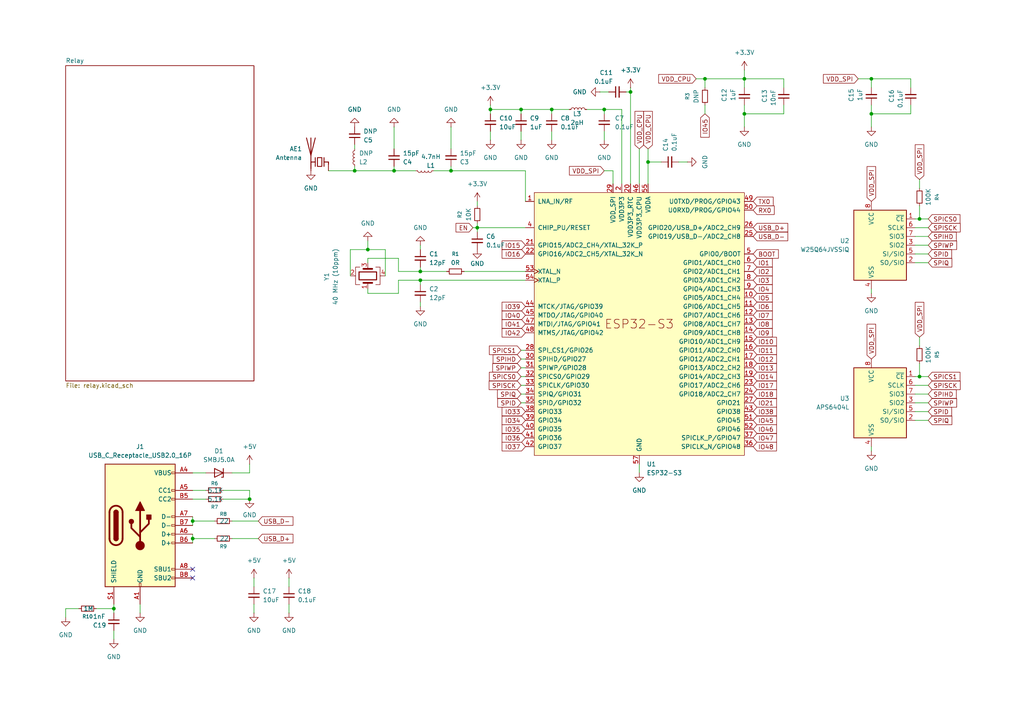
<source format=kicad_sch>
(kicad_sch (version 20250114) (generator "eeschema") (generator_version "9.0")
  (paper "A4")
  (lib_symbols
    (symbol "Connector:USB_C_Receptacle_USB2.0_16P" (pin_names (offset 1.016))
      (property "Reference" "J" (at 0 22.225 0))
      (property "Value" "USB_C_Receptacle_USB2.0_16P" (at 0 19.685 0))
      (symbol "USB_C_Receptacle_USB2.0_16P_0_0"
        (rectangle (start -0.254 -17.78) (end 0.254 -16.764))
        (rectangle (start 10.16 15.494) (end 9.144 14.986))
        (rectangle (start 10.16 10.414) (end 9.144 9.906))
        (rectangle (start 10.16 7.874) (end 9.144 7.366))
        (rectangle (start 10.16 2.794) (end 9.144 2.286))
        (rectangle (start 10.16 0.254) (end 9.144 -0.254))
        (rectangle (start 10.16 -2.286) (end 9.144 -2.794))
        (rectangle (start 10.16 -4.826) (end 9.144 -5.334))
        (rectangle (start 10.16 -12.446) (end 9.144 -12.954))
        (rectangle (start 10.16 -14.986) (end 9.144 -15.494))
      )
      (symbol "USB_C_Receptacle_USB2.0_16P_0_1"
        (rectangle (start -10.16 17.78) (end 10.16 -17.78) (stroke (width 0.254)) (fill (type background)))
        (polyline (pts (xy -8.89 -3.81) (xy -8.89 3.81)) (stroke (width 0.508)))
        (rectangle (start -7.62 -3.81) (end -6.35 3.81) (stroke (width 0.254)) (fill (type outline)))
        (arc (start -7.62 3.81) (mid -6.985 4.4423) (end -6.35 3.81) (stroke (width 0.254)))
        (arc (start -7.62 3.81) (mid -6.985 4.4423) (end -6.35 3.81) (stroke (width 0.254)) (fill (type outline)))
        (arc (start -8.89 3.81) (mid -6.985 5.7067) (end -5.08 3.81) (stroke (width 0.508)))
        (arc (start -5.08 -3.81) (mid -6.985 -5.7067) (end -8.89 -3.81) (stroke (width 0.508)))
        (arc (start -6.35 -3.81) (mid -6.985 -4.4423) (end -7.62 -3.81) (stroke (width 0.254)))
        (arc (start -6.35 -3.81) (mid -6.985 -4.4423) (end -7.62 -3.81) (stroke (width 0.254)) (fill (type outline)))
        (polyline (pts (xy -5.08 3.81) (xy -5.08 -3.81)) (stroke (width 0.508)))
        (circle (center -2.54 1.143) (radius 0.635) (stroke (width 0.254)) (fill (type outline)))
        (polyline (pts (xy -1.27 4.318) (xy 0 6.858) (xy 1.27 4.318) (xy -1.27 4.318)) (stroke (width 0.254)) (fill (type outline)))
        (polyline (pts (xy 0 -2.032) (xy 2.54 0.508) (xy 2.54 1.778)) (stroke (width 0.508)))
        (polyline (pts (xy 0 -3.302) (xy -2.54 -0.762) (xy -2.54 0.508)) (stroke (width 0.508)))
        (polyline (pts (xy 0 -5.842) (xy 0 4.318)) (stroke (width 0.508)))
        (circle (center 0 -5.842) (radius 1.27) (fill (type outline)))
        (rectangle (start 1.905 1.778) (end 3.175 3.048) (stroke (width 0.254)) (fill (type outline)))
      )
      (symbol "USB_C_Receptacle_USB2.0_16P_1_1"
        (pin passive line (at -7.62 -22.86 90) (length 5.08) (name "SHIELD") (number "S1"))
        (pin passive line (at 0 -22.86 90) (length 5.08) (name "GND") (number "A1"))
        (pin passive line (at 0 -22.86 90) (length 5.08) (hide yes) (name "GND") (number "A12"))
        (pin passive line (at 0 -22.86 90) (length 5.08) (hide yes) (name "GND") (number "B1"))
        (pin passive line (at 0 -22.86 90) (length 5.08) (hide yes) (name "GND") (number "B12"))
        (pin passive line (at 15.24 15.24 180) (length 5.08) (name "VBUS") (number "A4"))
        (pin passive line (at 15.24 15.24 180) (length 5.08) (hide yes) (name "VBUS") (number "A9"))
        (pin passive line (at 15.24 15.24 180) (length 5.08) (hide yes) (name "VBUS") (number "B4"))
        (pin passive line (at 15.24 15.24 180) (length 5.08) (hide yes) (name "VBUS") (number "B9"))
        (pin bidirectional line (at 15.24 10.16 180) (length 5.08) (name "CC1") (number "A5"))
        (pin bidirectional line (at 15.24 7.62 180) (length 5.08) (name "CC2") (number "B5"))
        (pin bidirectional line (at 15.24 2.54 180) (length 5.08) (name "D-") (number "A7"))
        (pin bidirectional line (at 15.24 0 180) (length 5.08) (name "D-") (number "B7"))
        (pin bidirectional line (at 15.24 -2.54 180) (length 5.08) (name "D+") (number "A6"))
        (pin bidirectional line (at 15.24 -5.08 180) (length 5.08) (name "D+") (number "B6"))
        (pin bidirectional line (at 15.24 -12.7 180) (length 5.08) (name "SBU1") (number "A8"))
        (pin bidirectional line (at 15.24 -15.24 180) (length 5.08) (name "SBU2") (number "B8"))
      )
    )
    (symbol "Device:Antenna_Chip" (pin_numbers (hide yes)) (pin_names (offset 1.016) (hide yes))
      (property "Reference" "AE" (at 0 5.08 0))
      (property "Value" "Antenna_Chip" (at 0 3.175 0))
      (symbol "Antenna_Chip_0_1"
        (polyline (pts (xy -2.54 0) (xy -2.54 -0.635)) (stroke (width 0.254)))
        (polyline (pts (xy -2.54 0) (xy -1.27 0)) (stroke (width 0.254)))
        (polyline (pts (xy -1.27 1.27) (xy -1.27 -1.27) (xy -1.27 0)) (stroke (width 0.254)))
        (polyline (pts (xy -0.635 1.27) (xy 0.635 1.27) (xy 0.635 -1.27) (xy -0.635 -1.27) (xy -0.635 1.27)) (stroke (width 0.254)))
        (polyline (pts (xy 1.27 1.27) (xy 1.27 -1.27)) (stroke (width 0.254)))
        (polyline (pts (xy 1.27 0) (xy 2.54 0)) (stroke (width 0.254)))
        (polyline (pts (xy 2.54 6.985) (xy 2.54 -1.905)) (stroke (width 0.254)))
        (polyline (pts (xy 2.54 -0.635) (xy 2.54 0)))
        (polyline (pts (xy 3.81 6.985) (xy 2.54 1.905) (xy 1.27 6.985)) (stroke (width 0.254)))
      )
      (symbol "Antenna_Chip_1_1"
        (pin input line (at -2.54 -2.54 90) (length 2.54) (name "FEED") (number "1"))
        (pin passive line (at 2.54 -2.54 90) (length 2.54) (name "PCB_Trace") (number "2"))
      )
    )
    (symbol "Device:C_Small" (pin_numbers (hide yes)) (pin_names (offset 0.254) (hide yes))
      (property "Reference" "C" (at 0.254 1.778 0))
      (property "Value" "C_Small" (at 0.254 -2.032 0))
      (symbol "C_Small_0_1"
        (polyline (pts (xy -1.524 0.508) (xy 1.524 0.508)) (stroke (width 0.3048)))
        (polyline (pts (xy -1.524 -0.508) (xy 1.524 -0.508)) (stroke (width 0.3302)))
      )
      (symbol "C_Small_1_1"
        (pin passive line (at 0 2.54 270) (length 2.032) (name "~") (number "1"))
        (pin passive line (at 0 -2.54 90) (length 2.032) (name "~") (number "2"))
      )
    )
    (symbol "Device:Crystal_GND24" (pin_names (offset 1.016) (hide yes))
      (property "Reference" "Y" (at 3.175 5.08 0))
      (property "Value" "Crystal_GND24" (at 3.175 3.175 0))
      (symbol "Crystal_GND24_0_1"
        (polyline (pts (xy -2.54 2.286) (xy -2.54 3.556) (xy 2.54 3.556) (xy 2.54 2.286)))
        (polyline (pts (xy -2.54 0) (xy -2.032 0)))
        (polyline (pts (xy -2.54 -2.286) (xy -2.54 -3.556) (xy 2.54 -3.556) (xy 2.54 -2.286)))
        (polyline (pts (xy -2.032 -1.27) (xy -2.032 1.27)) (stroke (width 0.508)))
        (rectangle (start -1.143 2.54) (end 1.143 -2.54) (stroke (width 0.3048)))
        (polyline (pts (xy 0 3.556) (xy 0 3.81)))
        (polyline (pts (xy 0 -3.81) (xy 0 -3.556)))
        (polyline (pts (xy 2.032 0) (xy 2.54 0)))
        (polyline (pts (xy 2.032 -1.27) (xy 2.032 1.27)) (stroke (width 0.508)))
      )
      (symbol "Crystal_GND24_1_1"
        (pin passive line (at -3.81 0 0) (length 1.27) (name "1") (number "1"))
        (pin passive line (at 0 5.08 270) (length 1.27) (name "2") (number "2"))
        (pin passive line (at 0 -5.08 90) (length 1.27) (name "4") (number "4"))
        (pin passive line (at 3.81 0 180) (length 1.27) (name "3") (number "3"))
      )
    )
    (symbol "Device:D_Zener" (pin_numbers (hide yes)) (pin_names (offset 1.016) (hide yes))
      (property "Reference" "D" (at 0 2.54 0))
      (property "Value" "D_Zener" (at 0 -2.54 0))
      (symbol "D_Zener_0_1"
        (polyline (pts (xy -1.27 -1.27) (xy -1.27 1.27) (xy -0.762 1.27)) (stroke (width 0.254)))
        (polyline (pts (xy 1.27 0) (xy -1.27 0)))
        (polyline (pts (xy 1.27 -1.27) (xy 1.27 1.27) (xy -1.27 0) (xy 1.27 -1.27)) (stroke (width 0.254)))
      )
      (symbol "D_Zener_1_1"
        (pin passive line (at -3.81 0 0) (length 2.54) (name "K") (number "1"))
        (pin passive line (at 3.81 0 180) (length 2.54) (name "A") (number "2"))
      )
    )
    (symbol "Device:L_Small" (pin_numbers (hide yes)) (pin_names (offset 0.254) (hide yes))
      (property "Reference" "L" (at 0.762 1.016 0))
      (property "Value" "L_Small" (at 0.762 -1.016 0))
      (symbol "L_Small_0_1"
        (arc (start 0 2.032) (mid 0.5058 1.524) (end 0 1.016))
        (arc (start 0 1.016) (mid 0.5058 0.508) (end 0 0))
        (arc (start 0 0) (mid 0.5058 -0.508) (end 0 -1.016))
        (arc (start 0 -1.016) (mid 0.5058 -1.524) (end 0 -2.032))
      )
      (symbol "L_Small_1_1"
        (pin passive line (at 0 2.54 270) (length 0.508) (name "~") (number "1"))
        (pin passive line (at 0 -2.54 90) (length 0.508) (name "~") (number "2"))
      )
    )
    (symbol "Device:R_Small" (pin_numbers (hide yes)) (pin_names (offset 0.254) (hide yes))
      (property "Reference" "R" (at 0 0 90))
      (property "Value" "R_Small" (at 1.778 0 90))
      (symbol "R_Small_0_1"
        (rectangle (start -0.762 1.778) (end 0.762 -1.778) (stroke (width 0.2032)))
      )
      (symbol "R_Small_1_1"
        (pin passive line (at 0 2.54 270) (length 0.762) (name "~") (number "1"))
        (pin passive line (at 0 -2.54 90) (length 0.762) (name "~") (number "2"))
      )
    )
    (symbol "Memory_RAM:ESP-PSRAM32"
      (property "Reference" "U" (at 3.81 11.43 0))
      (property "Value" "ESP-PSRAM32" (at -1.27 -11.43 0))
      (symbol "ESP-PSRAM32_0_1"
        (rectangle (start -7.62 10.16) (end 7.62 -10.16) (stroke (width 0.254)) (fill (type background)))
      )
      (symbol "ESP-PSRAM32_1_1"
        (pin power_in line (at -2.54 12.7 270) (length 2.54) (name "VCC") (number "8"))
        (pin power_in line (at -2.54 -12.7 90) (length 2.54) (name "VSS") (number "4"))
        (pin input line (at 10.16 7.62 180) (length 2.54) (name "~{CE}") (number "1"))
        (pin output line (at 10.16 5.08 180) (length 2.54) (name "SCLK") (number "6"))
        (pin bidirectional line (at 10.16 2.54 180) (length 2.54) (name "SIO3") (number "7"))
        (pin bidirectional line (at 10.16 0 180) (length 2.54) (name "SIO2") (number "3"))
        (pin input line (at 10.16 -2.54 180) (length 2.54) (name "SI/SIO") (number "5"))
        (pin output line (at 10.16 -5.08 180) (length 2.54) (name "SO/SIO") (number "2"))
      )
    )
    (symbol "PCM_Espressif:ESP32-S3" (pin_names (offset 1.016))
      (property "Reference" "U" (at -30.48 43.18 0))
      (property "Value" "ESP32-S3" (at -30.48 40.64 0))
      (symbol "ESP32-S3_0_0"
        (text "ESP32-S3" (at 0 0 0) (effects (font (size 2.54 2.54))))
        (pin bidirectional line (at 33.02 -33.02 180) (length 2.54) (name "SPICLK_P/GPIO47") (number "37"))
        (pin bidirectional line (at 33.02 -35.56 180) (length 2.54) (name "SPICLK_N/GPIO48") (number "36"))
      )
      (symbol "ESP32-S3_0_1"
        (rectangle (start -30.48 38.1) (end 30.48 -38.1) (fill (type background)))
      )
      (symbol "ESP32-S3_1_1"
        (pin bidirectional line (at -33.02 35.56 0) (length 2.54) (name "LNA_IN/RF") (number "1"))
        (pin input line (at -33.02 27.94 0) (length 2.54) (name "CHIP_PU/RESET") (number "4"))
        (pin bidirectional line (at -33.02 22.86 0) (length 2.54) (name "GPIO15/ADC2_CH4/XTAL_32K_P") (number "21"))
        (pin bidirectional line (at -33.02 20.32 0) (length 2.54) (name "GPIO16/ADC2_CH5/XTAL_32K_N") (number "22"))
        (pin input clock (at -33.02 15.24 0) (length 2.54) (name "XTAL_N") (number "53"))
        (pin output clock (at -33.02 12.7 0) (length 2.54) (name "XTAL_P") (number "54"))
        (pin bidirectional line (at -33.02 5.08 0) (length 2.54) (name "MTCK/JTAG/GPIO39") (number "44"))
        (pin bidirectional line (at -33.02 2.54 0) (length 2.54) (name "MTDO/JTAG/GPIO40") (number "45"))
        (pin bidirectional line (at -33.02 0 0) (length 2.54) (name "MTDI/JTAG/GPIO41") (number "47"))
        (pin bidirectional line (at -33.02 -2.54 0) (length 2.54) (name "MTMS/JTAG/GPIO42") (number "48"))
        (pin bidirectional line (at -33.02 -7.62 0) (length 2.54) (name "SPI_CS1/GPIO26") (number "28"))
        (pin bidirectional line (at -33.02 -10.16 0) (length 2.54) (name "SPIHD/GPIO27") (number "30"))
        (pin bidirectional line (at -33.02 -12.7 0) (length 2.54) (name "SPIWP/GPIO28") (number "31"))
        (pin bidirectional line (at -33.02 -15.24 0) (length 2.54) (name "SPICS0/GPIO29") (number "32"))
        (pin bidirectional line (at -33.02 -17.78 0) (length 2.54) (name "SPICLK/GPIO30") (number "33"))
        (pin bidirectional line (at -33.02 -20.32 0) (length 2.54) (name "SPIQ/GPIO31") (number "34"))
        (pin bidirectional line (at -33.02 -22.86 0) (length 2.54) (name "SPID/GPIO32") (number "35"))
        (pin bidirectional line (at -33.02 -25.4 0) (length 2.54) (name "GPIO33") (number "38"))
        (pin bidirectional line (at -33.02 -27.94 0) (length 2.54) (name "GPIO34") (number "39"))
        (pin bidirectional line (at -33.02 -30.48 0) (length 2.54) (name "GPIO35") (number "40"))
        (pin bidirectional line (at -33.02 -33.02 0) (length 2.54) (name "GPIO36") (number "41"))
        (pin bidirectional line (at -33.02 -35.56 0) (length 2.54) (name "GPIO37") (number "42"))
        (pin power_out line (at -7.62 40.64 270) (length 2.54) (name "VDD_SPI") (number "29"))
        (pin power_in line (at -5.08 40.64 270) (length 2.54) (name "VDD3P3") (number "2"))
        (pin power_in line (at -5.08 40.64 270) (length 2.54) (hide yes) (name "VDD3P3") (number "3"))
        (pin power_in line (at -2.54 40.64 270) (length 2.54) (name "VDD3P3_RTC") (number "20"))
        (pin power_in line (at 0 40.64 270) (length 2.54) (name "VDD3P3_CPU") (number "46"))
        (pin power_in line (at 0 -40.64 90) (length 2.54) (name "GND") (number "57"))
        (pin power_in line (at 2.54 40.64 270) (length 2.54) (name "VDDA") (number "55"))
        (pin passive line (at 2.54 40.64 270) (length 2.54) (hide yes) (name "VDDA") (number "56"))
        (pin bidirectional line (at 33.02 35.56 180) (length 2.54) (name "U0TXD/PROG/GPIO43") (number "49"))
        (pin bidirectional line (at 33.02 33.02 180) (length 2.54) (name "U0RXD/PROG/GPIO44") (number "50"))
        (pin bidirectional line (at 33.02 27.94 180) (length 2.54) (name "GPIO20/USB_D+/ADC2_CH9") (number "26"))
        (pin bidirectional line (at 33.02 25.4 180) (length 2.54) (name "GPIO19/USB_D-/ADC2_CH8") (number "25"))
        (pin bidirectional line (at 33.02 20.32 180) (length 2.54) (name "GPIO0/BOOT") (number "5"))
        (pin bidirectional line (at 33.02 17.78 180) (length 2.54) (name "GPIO1/ADC1_CH0") (number "6"))
        (pin bidirectional line (at 33.02 15.24 180) (length 2.54) (name "GPIO2/ADC1_CH1") (number "7"))
        (pin bidirectional line (at 33.02 12.7 180) (length 2.54) (name "GPIO3/ADC1_CH2") (number "8"))
        (pin bidirectional line (at 33.02 10.16 180) (length 2.54) (name "GPIO4/ADC1_CH3") (number "9"))
        (pin bidirectional line (at 33.02 7.62 180) (length 2.54) (name "GPIO5/ADC1_CH4") (number "10"))
        (pin bidirectional line (at 33.02 5.08 180) (length 2.54) (name "GPIO6/ADC1_CH5") (number "11"))
        (pin bidirectional line (at 33.02 2.54 180) (length 2.54) (name "GPIO7/ADC1_CH6") (number "12"))
        (pin bidirectional line (at 33.02 0 180) (length 2.54) (name "GPIO8/ADC1_CH7") (number "13"))
        (pin bidirectional line (at 33.02 -2.54 180) (length 2.54) (name "GPIO9/ADC1_CH8") (number "14"))
        (pin bidirectional line (at 33.02 -5.08 180) (length 2.54) (name "GPIO10/ADC1_CH9") (number "15"))
        (pin bidirectional line (at 33.02 -7.62 180) (length 2.54) (name "GPIO11/ADC2_CH0") (number "16"))
        (pin bidirectional line (at 33.02 -10.16 180) (length 2.54) (name "GPIO12/ADC2_CH1") (number "17"))
        (pin bidirectional line (at 33.02 -12.7 180) (length 2.54) (name "GPIO13/ADC2_CH2") (number "18"))
        (pin bidirectional line (at 33.02 -15.24 180) (length 2.54) (name "GPIO14/ADC2_CH3") (number "19"))
        (pin bidirectional line (at 33.02 -17.78 180) (length 2.54) (name "GPIO17/ADC2_CH6") (number "23"))
        (pin bidirectional line (at 33.02 -20.32 180) (length 2.54) (name "GPIO18/ADC2_CH7") (number "24"))
        (pin bidirectional line (at 33.02 -22.86 180) (length 2.54) (name "GPIO21") (number "27"))
        (pin bidirectional line (at 33.02 -25.4 180) (length 2.54) (name "GPIO38") (number "43"))
        (pin bidirectional line (at 33.02 -27.94 180) (length 2.54) (name "GPIO45") (number "51"))
        (pin bidirectional line (at 33.02 -30.48 180) (length 2.54) (name "GPIO46") (number "52"))
      )
    )
    (symbol "power:+3.3V" (power) (pin_numbers (hide yes)) (pin_names (offset 0) (hide yes))
      (property "Value" "+3.3V" (at 0 3.556 0))
      (symbol "+3.3V_0_1"
        (polyline (pts (xy -0.762 1.27) (xy 0 2.54)))
        (polyline (pts (xy 0 2.54) (xy 0.762 1.27)))
        (polyline (pts (xy 0 0) (xy 0 2.54)))
      )
      (symbol "+3.3V_1_1"
        (pin power_in line (at 0 0 90) (length 0) (name "~") (number "1"))
      )
    )
    (symbol "power:+5V" (power) (pin_numbers (hide yes)) (pin_names (offset 0) (hide yes))
      (property "Value" "+5V" (at 0 3.556 0))
      (symbol "+5V_0_1"
        (polyline (pts (xy -0.762 1.27) (xy 0 2.54)))
        (polyline (pts (xy 0 2.54) (xy 0.762 1.27)))
        (polyline (pts (xy 0 0) (xy 0 2.54)))
      )
      (symbol "+5V_1_1"
        (pin power_in line (at 0 0 90) (length 0) (name "~") (number "1"))
      )
    )
    (symbol "power:GND" (power) (pin_numbers (hide yes)) (pin_names (offset 0) (hide yes))
      (property "Value" "GND" (at 0 -3.81 0))
      (symbol "GND_0_1"
        (polyline (pts (xy 0 0) (xy 0 -1.27) (xy 1.27 -1.27) (xy 0 -2.54) (xy -1.27 -1.27) (xy 0 -1.27)))
      )
      (symbol "GND_1_1"
        (pin power_in line (at 0 0 270) (length 0) (name "~") (number "1"))
      )
    )
  )
  (junction (at 55.88 151.13))
  (junction (at 102.87 49.53))
  (junction (at 266.7 63.5))
  (junction (at 187.96 46.99))
  (junction (at 151.13 31.75))
  (junction (at 72.39 144.78))
  (junction (at 160.02 31.75))
  (junction (at 130.81 49.53))
  (junction (at 252.73 22.86))
  (junction (at 182.88 26.67))
  (junction (at 204.47 22.86))
  (junction (at 175.26 31.75))
  (junction (at 138.43 66.04))
  (junction (at 215.9 33.02))
  (junction (at 121.92 81.28))
  (junction (at 121.92 78.74))
  (junction (at 142.24 31.75))
  (junction (at 266.7 109.22))
  (junction (at 252.73 33.02))
  (junction (at 215.9 22.86))
  (junction (at 33.02 176.53))
  (junction (at 55.88 156.21))
  (junction (at 106.68 72.39))
  (junction (at 114.3 49.53))
  (no_connect (at 55.88 165.1))
  (no_connect (at 55.88 167.64))
  (wire (pts (xy 264.16 33.02) (xy 264.16 30.48)))
  (wire (pts (xy 180.34 53.34) (xy 180.34 31.75)))
  (wire (pts (xy 106.68 69.85) (xy 106.68 72.39)))
  (wire (pts (xy 134.62 78.74) (xy 152.4 78.74)))
  (wire (pts (xy 72.39 134.62) (xy 72.39 137.16)))
  (wire (pts (xy 142.24 31.75) (xy 151.13 31.75)))
  (wire (pts (xy 121.92 78.74) (xy 121.92 77.47)))
  (wire (pts (xy 227.33 22.86) (xy 227.33 25.4)))
  (wire (pts (xy 252.73 22.86) (xy 264.16 22.86)))
  (wire (pts (xy 115.57 78.74) (xy 121.92 78.74)))
  (wire (pts (xy 266.7 52.07) (xy 266.7 54.61)))
  (wire (pts (xy 269.24 119.38) (xy 265.43 119.38)))
  (wire (pts (xy 121.92 87.63) (xy 121.92 88.9)))
  (wire (pts (xy 130.81 43.18) (xy 130.81 36.83)))
  (wire (pts (xy 264.16 22.86) (xy 264.16 25.4)))
  (wire (pts (xy 185.42 43.18) (xy 185.42 53.34)))
  (wire (pts (xy 173.99 26.67) (xy 176.53 26.67)))
  (wire (pts (xy 252.73 25.4) (xy 252.73 22.86)))
  (wire (pts (xy 227.33 33.02) (xy 227.33 30.48)))
  (wire (pts (xy 151.13 111.76) (xy 152.4 111.76)))
  (wire (pts (xy 182.88 53.34) (xy 182.88 26.67)))
  (wire (pts (xy 215.9 33.02) (xy 227.33 33.02)))
  (wire (pts (xy 269.24 63.5) (xy 266.7 63.5)))
  (wire (pts (xy 252.73 30.48) (xy 252.73 33.02)))
  (wire (pts (xy 142.24 33.02) (xy 142.24 31.75)))
  (wire (pts (xy 114.3 43.18) (xy 114.3 36.83)))
  (wire (pts (xy 151.13 106.68) (xy 152.4 106.68)))
  (wire (pts (xy 102.87 48.26) (xy 102.87 49.53)))
  (wire (pts (xy 138.43 66.04) (xy 138.43 67.31)))
  (wire (pts (xy 121.92 81.28) (xy 152.4 81.28)))
  (wire (pts (xy 152.4 49.53) (xy 152.4 58.42)))
  (wire (pts (xy 160.02 33.02) (xy 160.02 31.75)))
  (wire (pts (xy 102.87 43.18) (xy 102.87 41.91)))
  (wire (pts (xy 64.77 144.78) (xy 72.39 144.78)))
  (wire (pts (xy 55.88 137.16) (xy 59.69 137.16)))
  (wire (pts (xy 106.68 85.09) (xy 115.57 85.09)))
  (wire (pts (xy 137.16 66.04) (xy 138.43 66.04)))
  (wire (pts (xy 266.7 97.79) (xy 266.7 100.33)))
  (wire (pts (xy 252.73 83.82) (xy 252.73 85.09)))
  (wire (pts (xy 151.13 101.6) (xy 152.4 101.6)))
  (wire (pts (xy 121.92 78.74) (xy 129.54 78.74)))
  (wire (pts (xy 177.8 53.34) (xy 177.8 49.53)))
  (wire (pts (xy 101.6 80.01) (xy 101.6 72.39)))
  (wire (pts (xy 151.13 31.75) (xy 151.13 33.02)))
  (wire (pts (xy 19.05 179.07) (xy 19.05 176.53)))
  (wire (pts (xy 269.24 73.66) (xy 265.43 73.66)))
  (wire (pts (xy 215.9 30.48) (xy 215.9 33.02)))
  (wire (pts (xy 138.43 66.04) (xy 152.4 66.04)))
  (wire (pts (xy 55.88 156.21) (xy 55.88 157.48)))
  (wire (pts (xy 121.92 81.28) (xy 121.92 82.55)))
  (wire (pts (xy 151.13 114.3) (xy 152.4 114.3)))
  (wire (pts (xy 55.88 154.94) (xy 55.88 156.21)))
  (wire (pts (xy 204.47 25.4) (xy 204.47 22.86)))
  (wire (pts (xy 201.93 22.86) (xy 204.47 22.86)))
  (wire (pts (xy 151.13 38.1) (xy 151.13 40.64)))
  (wire (pts (xy 160.02 38.1) (xy 160.02 40.64)))
  (wire (pts (xy 269.24 121.92) (xy 265.43 121.92)))
  (wire (pts (xy 266.7 109.22) (xy 265.43 109.22)))
  (wire (pts (xy 33.02 176.53) (xy 33.02 177.8)))
  (wire (pts (xy 269.24 76.2) (xy 265.43 76.2)))
  (wire (pts (xy 121.92 71.12) (xy 121.92 72.39)))
  (wire (pts (xy 248.92 22.86) (xy 252.73 22.86)))
  (wire (pts (xy 151.13 104.14) (xy 152.4 104.14)))
  (wire (pts (xy 33.02 175.26) (xy 33.02 176.53)))
  (wire (pts (xy 27.94 176.53) (xy 33.02 176.53)))
  (wire (pts (xy 130.81 49.53) (xy 152.4 49.53)))
  (wire (pts (xy 204.47 22.86) (xy 215.9 22.86)))
  (wire (pts (xy 73.66 167.64) (xy 73.66 170.18)))
  (wire (pts (xy 252.73 129.54) (xy 252.73 130.81)))
  (wire (pts (xy 40.64 175.26) (xy 40.64 177.8)))
  (wire (pts (xy 106.68 74.93) (xy 115.57 74.93)))
  (wire (pts (xy 55.88 156.21) (xy 62.23 156.21)))
  (wire (pts (xy 269.24 114.3) (xy 265.43 114.3)))
  (wire (pts (xy 170.18 31.75) (xy 175.26 31.75)))
  (wire (pts (xy 83.82 175.26) (xy 83.82 177.8)))
  (wire (pts (xy 138.43 64.77) (xy 138.43 66.04)))
  (wire (pts (xy 266.7 105.41) (xy 266.7 109.22)))
  (wire (pts (xy 33.02 182.88) (xy 33.02 185.42)))
  (wire (pts (xy 19.05 176.53) (xy 22.86 176.53)))
  (wire (pts (xy 67.31 151.13) (xy 74.93 151.13)))
  (wire (pts (xy 187.96 46.99) (xy 187.96 43.18)))
  (wire (pts (xy 101.6 72.39) (xy 106.68 72.39)))
  (wire (pts (xy 114.3 49.53) (xy 120.65 49.53)))
  (wire (pts (xy 102.87 49.53) (xy 114.3 49.53)))
  (wire (pts (xy 115.57 81.28) (xy 121.92 81.28)))
  (wire (pts (xy 106.68 85.09) (xy 106.68 83.82)))
  (wire (pts (xy 142.24 30.48) (xy 142.24 31.75)))
  (wire (pts (xy 160.02 31.75) (xy 165.1 31.75)))
  (wire (pts (xy 83.82 167.64) (xy 83.82 170.18)))
  (wire (pts (xy 269.24 71.12) (xy 265.43 71.12)))
  (wire (pts (xy 72.39 137.16) (xy 67.31 137.16)))
  (wire (pts (xy 252.73 33.02) (xy 264.16 33.02)))
  (wire (pts (xy 115.57 74.93) (xy 115.57 78.74)))
  (wire (pts (xy 269.24 109.22) (xy 266.7 109.22)))
  (wire (pts (xy 266.7 63.5) (xy 265.43 63.5)))
  (wire (pts (xy 73.66 175.26) (xy 73.66 177.8)))
  (wire (pts (xy 185.42 134.62) (xy 185.42 137.16)))
  (wire (pts (xy 182.88 26.67) (xy 181.61 26.67)))
  (wire (pts (xy 151.13 31.75) (xy 160.02 31.75)))
  (wire (pts (xy 175.26 38.1) (xy 175.26 40.64)))
  (wire (pts (xy 55.88 149.86) (xy 55.88 151.13)))
  (wire (pts (xy 269.24 116.84) (xy 265.43 116.84)))
  (wire (pts (xy 266.7 59.69) (xy 266.7 63.5)))
  (wire (pts (xy 182.88 25.4) (xy 182.88 26.67)))
  (wire (pts (xy 215.9 25.4) (xy 215.9 22.86)))
  (wire (pts (xy 111.76 72.39) (xy 111.76 80.01)))
  (wire (pts (xy 106.68 72.39) (xy 111.76 72.39)))
  (wire (pts (xy 114.3 48.26) (xy 114.3 49.53)))
  (wire (pts (xy 215.9 22.86) (xy 227.33 22.86)))
  (wire (pts (xy 151.13 116.84) (xy 152.4 116.84)))
  (wire (pts (xy 215.9 33.02) (xy 215.9 36.83)))
  (wire (pts (xy 196.85 46.99) (xy 199.39 46.99)))
  (wire (pts (xy 191.77 46.99) (xy 187.96 46.99)))
  (wire (pts (xy 187.96 46.99) (xy 187.96 53.34)))
  (wire (pts (xy 180.34 31.75) (xy 175.26 31.75)))
  (wire (pts (xy 130.81 48.26) (xy 130.81 49.53)))
  (wire (pts (xy 115.57 85.09) (xy 115.57 81.28)))
  (wire (pts (xy 204.47 30.48) (xy 204.47 33.02)))
  (wire (pts (xy 55.88 151.13) (xy 55.88 152.4)))
  (wire (pts (xy 55.88 151.13) (xy 62.23 151.13)))
  (wire (pts (xy 252.73 33.02) (xy 252.73 36.83)))
  (wire (pts (xy 269.24 111.76) (xy 265.43 111.76)))
  (wire (pts (xy 130.81 49.53) (xy 125.73 49.53)))
  (wire (pts (xy 55.88 142.24) (xy 59.69 142.24)))
  (wire (pts (xy 142.24 38.1) (xy 142.24 40.64)))
  (wire (pts (xy 175.26 31.75) (xy 175.26 33.02)))
  (wire (pts (xy 269.24 68.58) (xy 265.43 68.58)))
  (wire (pts (xy 177.8 49.53) (xy 175.26 49.53)))
  (wire (pts (xy 269.24 66.04) (xy 265.43 66.04)))
  (wire (pts (xy 72.39 142.24) (xy 72.39 144.78)))
  (wire (pts (xy 67.31 156.21) (xy 74.93 156.21)))
  (wire (pts (xy 215.9 20.32) (xy 215.9 22.86)))
  (wire (pts (xy 106.68 74.93) (xy 106.68 76.2)))
  (wire (pts (xy 138.43 58.42) (xy 138.43 59.69)))
  (wire (pts (xy 64.77 142.24) (xy 72.39 142.24)))
  (wire (pts (xy 55.88 144.78) (xy 59.69 144.78)))
  (wire (pts (xy 95.25 49.53) (xy 102.87 49.53)))
  (wire (pts (xy 151.13 109.22) (xy 152.4 109.22)))
  (global_label "SPICS1" (shape input) (at 269.24 109.22 0) (property "Intersheetrefs" "${INTERSHEET_REFS}" (effects (hide yes))))
  (global_label "SPISCK" (shape input) (at 269.24 66.04 0) (property "Intersheetrefs" "${INTERSHEET_REFS}" (effects (hide yes))))
  (global_label "USB_D-" (shape input) (at 74.93 151.13 0) (property "Intersheetrefs" "${INTERSHEET_REFS}" (effects (hide yes))))
  (global_label "VDD_SPI" (shape input) (at 266.7 52.07 90) (property "Intersheetrefs" "${INTERSHEET_REFS}" (effects (hide yes))))
  (global_label "USB_D+" (shape input) (at 218.44 66.04 0) (property "Intersheetrefs" "${INTERSHEET_REFS}" (effects (hide yes))))
  (global_label "VDD_CPU" (shape input) (at 187.96 43.18 90) (property "Intersheetrefs" "${INTERSHEET_REFS}" (effects (hide yes))))
  (global_label "SPIQ" (shape input) (at 151.13 114.3 180) (property "Intersheetrefs" "${INTERSHEET_REFS}" (effects (hide yes))))
  (global_label "IO45" (shape input) (at 204.47 33.02 270) (property "Intersheetrefs" "${INTERSHEET_REFS}" (effects (hide yes))))
  (global_label "IO36" (shape input) (at 152.4 127 180) (property "Intersheetrefs" "${INTERSHEET_REFS}" (effects (hide yes))))
  (global_label "SPIHD" (shape input) (at 269.24 68.58 0) (property "Intersheetrefs" "${INTERSHEET_REFS}" (effects (hide yes))))
  (global_label "IO14" (shape input) (at 218.44 109.22 0) (property "Intersheetrefs" "${INTERSHEET_REFS}" (effects (hide yes))))
  (global_label "SPIHD" (shape input) (at 269.24 114.3 0) (property "Intersheetrefs" "${INTERSHEET_REFS}" (effects (hide yes))))
  (global_label "IO4" (shape input) (at 218.44 83.82 0) (property "Intersheetrefs" "${INTERSHEET_REFS}" (effects (hide yes))))
  (global_label "VDD_CPU" (shape input) (at 185.42 43.18 90) (property "Intersheetrefs" "${INTERSHEET_REFS}" (effects (hide yes))))
  (global_label "SPIWP" (shape input) (at 269.24 116.84 0) (property "Intersheetrefs" "${INTERSHEET_REFS}" (effects (hide yes))))
  (global_label "IO46" (shape input) (at 218.44 124.46 0) (property "Intersheetrefs" "${INTERSHEET_REFS}" (effects (hide yes))))
  (global_label "IO12" (shape input) (at 218.44 104.14 0) (property "Intersheetrefs" "${INTERSHEET_REFS}" (effects (hide yes))))
  (global_label "IO3" (shape input) (at 218.44 81.28 0) (property "Intersheetrefs" "${INTERSHEET_REFS}" (effects (hide yes))))
  (global_label "SPICS1" (shape input) (at 151.13 101.6 180) (property "Intersheetrefs" "${INTERSHEET_REFS}" (effects (hide yes))))
  (global_label "VDD_CPU" (shape input) (at 201.93 22.86 180) (property "Intersheetrefs" "${INTERSHEET_REFS}" (effects (hide yes))))
  (global_label "SPIWP" (shape input) (at 151.13 106.68 180) (property "Intersheetrefs" "${INTERSHEET_REFS}" (effects (hide yes))))
  (global_label "SPIWP" (shape input) (at 269.24 71.12 0) (property "Intersheetrefs" "${INTERSHEET_REFS}" (effects (hide yes))))
  (global_label "SPIQ" (shape input) (at 269.24 121.92 0) (property "Intersheetrefs" "${INTERSHEET_REFS}" (effects (hide yes))))
  (global_label "IO1" (shape input) (at 218.44 76.2 0) (property "Intersheetrefs" "${INTERSHEET_REFS}" (effects (hide yes))))
  (global_label "IO38" (shape input) (at 218.44 119.38 0) (property "Intersheetrefs" "${INTERSHEET_REFS}" (effects (hide yes))))
  (global_label "VDD_SPI" (shape input) (at 248.92 22.86 180) (property "Intersheetrefs" "${INTERSHEET_REFS}" (effects (hide yes))))
  (global_label "IO47" (shape input) (at 218.44 127 0) (property "Intersheetrefs" "${INTERSHEET_REFS}" (effects (hide yes))))
  (global_label "IO21" (shape input) (at 218.44 116.84 0) (property "Intersheetrefs" "${INTERSHEET_REFS}" (effects (hide yes))))
  (global_label "IO8" (shape input) (at 218.44 93.98 0) (property "Intersheetrefs" "${INTERSHEET_REFS}" (effects (hide yes))))
  (global_label "SPID" (shape input) (at 269.24 73.66 0) (property "Intersheetrefs" "${INTERSHEET_REFS}" (effects (hide yes))))
  (global_label "IO16" (shape input) (at 152.4 73.66 180) (property "Intersheetrefs" "${INTERSHEET_REFS}" (effects (hide yes))))
  (global_label "IO2" (shape input) (at 218.44 78.74 0) (property "Intersheetrefs" "${INTERSHEET_REFS}" (effects (hide yes))))
  (global_label "SPICS0" (shape input) (at 269.24 63.5 0) (property "Intersheetrefs" "${INTERSHEET_REFS}" (effects (hide yes))))
  (global_label "EN" (shape input) (at 137.16 66.04 180) (property "Intersheetrefs" "${INTERSHEET_REFS}" (effects (hide yes))))
  (global_label "VDD_SPI" (shape input) (at 175.26 49.53 180) (property "Intersheetrefs" "${INTERSHEET_REFS}" (effects (hide yes))))
  (global_label "IO6" (shape input) (at 218.44 88.9 0) (property "Intersheetrefs" "${INTERSHEET_REFS}" (effects (hide yes))))
  (global_label "SPICS0" (shape input) (at 151.13 109.22 180) (property "Intersheetrefs" "${INTERSHEET_REFS}" (effects (hide yes))))
  (global_label "SPIHD" (shape input) (at 151.13 104.14 180) (property "Intersheetrefs" "${INTERSHEET_REFS}" (effects (hide yes))))
  (global_label "USB_D-" (shape input) (at 218.44 68.58 0) (property "Intersheetrefs" "${INTERSHEET_REFS}" (effects (hide yes))))
  (global_label "IO41" (shape input) (at 152.4 93.98 180) (property "Intersheetrefs" "${INTERSHEET_REFS}" (effects (hide yes))))
  (global_label "IO48" (shape input) (at 218.44 129.54 0) (property "Intersheetrefs" "${INTERSHEET_REFS}" (effects (hide yes))))
  (global_label "VDD_SPI" (shape input) (at 252.73 58.42 90) (property "Intersheetrefs" "${INTERSHEET_REFS}" (effects (hide yes))))
  (global_label "SPID" (shape input) (at 151.13 116.84 180) (property "Intersheetrefs" "${INTERSHEET_REFS}" (effects (hide yes))))
  (global_label "IO11" (shape input) (at 218.44 101.6 0) (property "Intersheetrefs" "${INTERSHEET_REFS}" (effects (hide yes))))
  (global_label "IO7" (shape input) (at 218.44 91.44 0) (property "Intersheetrefs" "${INTERSHEET_REFS}" (effects (hide yes))))
  (global_label "IO5" (shape input) (at 218.44 86.36 0) (property "Intersheetrefs" "${INTERSHEET_REFS}" (effects (hide yes))))
  (global_label "IO13" (shape input) (at 218.44 106.68 0) (property "Intersheetrefs" "${INTERSHEET_REFS}" (effects (hide yes))))
  (global_label "IO15" (shape input) (at 152.4 71.12 180) (property "Intersheetrefs" "${INTERSHEET_REFS}" (effects (hide yes))))
  (global_label "IO42" (shape input) (at 152.4 96.52 180) (property "Intersheetrefs" "${INTERSHEET_REFS}" (effects (hide yes))))
  (global_label "IO33" (shape input) (at 152.4 119.38 180) (property "Intersheetrefs" "${INTERSHEET_REFS}" (effects (hide yes))))
  (global_label "TX0" (shape input) (at 218.44 58.42 0) (property "Intersheetrefs" "${INTERSHEET_REFS}" (effects (hide yes))))
  (global_label "IO40" (shape input) (at 152.4 91.44 180) (property "Intersheetrefs" "${INTERSHEET_REFS}" (effects (hide yes))))
  (global_label "VDD_SPI" (shape input) (at 252.73 104.14 90) (property "Intersheetrefs" "${INTERSHEET_REFS}" (effects (hide yes))))
  (global_label "IO45" (shape input) (at 218.44 121.92 0) (property "Intersheetrefs" "${INTERSHEET_REFS}" (effects (hide yes))))
  (global_label "IO10" (shape input) (at 218.44 99.06 0) (property "Intersheetrefs" "${INTERSHEET_REFS}" (effects (hide yes))))
  (global_label "IO39" (shape input) (at 152.4 88.9 180) (property "Intersheetrefs" "${INTERSHEET_REFS}" (effects (hide yes))))
  (global_label "IO9" (shape input) (at 218.44 96.52 0) (property "Intersheetrefs" "${INTERSHEET_REFS}" (effects (hide yes))))
  (global_label "BOOT" (shape input) (at 218.44 73.66 0) (property "Intersheetrefs" "${INTERSHEET_REFS}" (effects (hide yes))))
  (global_label "IO35" (shape input) (at 152.4 124.46 180) (property "Intersheetrefs" "${INTERSHEET_REFS}" (effects (hide yes))))
  (global_label "SPID" (shape input) (at 269.24 119.38 0) (property "Intersheetrefs" "${INTERSHEET_REFS}" (effects (hide yes))))
  (global_label "VDD_SPI" (shape input) (at 266.7 97.79 90) (property "Intersheetrefs" "${INTERSHEET_REFS}" (effects (hide yes))))
  (global_label "IO37" (shape input) (at 152.4 129.54 180) (property "Intersheetrefs" "${INTERSHEET_REFS}" (effects (hide yes))))
  (global_label "IO34" (shape input) (at 152.4 121.92 180) (property "Intersheetrefs" "${INTERSHEET_REFS}" (effects (hide yes))))
  (global_label "SPISCK" (shape input) (at 151.13 111.76 180) (property "Intersheetrefs" "${INTERSHEET_REFS}" (effects (hide yes))))
  (global_label "USB_D+" (shape input) (at 74.93 156.21 0) (property "Intersheetrefs" "${INTERSHEET_REFS}" (effects (hide yes))))
  (global_label "IO17" (shape input) (at 218.44 111.76 0) (property "Intersheetrefs" "${INTERSHEET_REFS}" (effects (hide yes))))
  (global_label "IO18" (shape input) (at 218.44 114.3 0) (property "Intersheetrefs" "${INTERSHEET_REFS}" (effects (hide yes))))
  (global_label "SPIQ" (shape input) (at 269.24 76.2 0) (property "Intersheetrefs" "${INTERSHEET_REFS}" (effects (hide yes))))
  (global_label "RX0" (shape input) (at 218.44 60.96 0) (property "Intersheetrefs" "${INTERSHEET_REFS}" (effects (hide yes))))
  (global_label "SPISCK" (shape input) (at 269.24 111.76 0) (property "Intersheetrefs" "${INTERSHEET_REFS}" (effects (hide yes))))
  (symbol (lib_id "Device:C_Small") (at 252.73 27.94 0) (mirror x) (unit 1)
    (property "Reference" "C15" (at 246.888 25.654 90) (effects (justify left)))
    (property "Value" "1uF" (at 249.428 25.654 90) (effects (justify left)))
    (property "Footprint" "Capacitor_SMD:C_0603_1608Metric" (effects (hide yes)))
    (property "Description" "Unpolarized capacitor, small symbol" (effects (hide yes)))
  )
  (symbol (lib_id "power:GND") (at 73.66 177.8 0) (unit 1)
    (property "Reference" "#PWR027" (effects (hide yes)))
    (property "Value" "GND" (at 73.66 182.88 0))
    (property "Description" "Power symbol creates a global label with name \"GND\" , ground" (effects (hide yes)))
  )
  (symbol (lib_id "Device:C_Small") (at 215.9 27.94 0) (mirror x) (unit 1)
    (property "Reference" "C12" (at 210.058 25.654 90) (effects (justify left)))
    (property "Value" "1uF" (at 212.598 25.654 90) (effects (justify left)))
    (property "Footprint" "Capacitor_SMD:C_0603_1608Metric" (effects (hide yes)))
    (property "Description" "Unpolarized capacitor, small symbol" (effects (hide yes)))
  )
  (symbol (lib_id "Device:R_Small") (at 62.23 142.24 90) (unit 1)
    (property "Reference" "R6" (at 62.23 140.208 90) (effects (font (size 1.016 1.016))))
    (property "Value" "5.1K" (at 62.484 142.24 90))
    (property "Footprint" "Resistor_SMD:R_0603_1608Metric" (effects (hide yes)))
    (property "Description" "Resistor, small symbol" (effects (hide yes)))
  )
  (symbol (lib_id "Device:R_Small") (at 204.47 27.94 180) (unit 1)
    (property "Reference" "R3" (at 199.39 27.94 90) (effects (font (size 1.016 1.016))))
    (property "Value" "DNP" (at 201.93 27.94 90))
    (property "Footprint" "Resistor_SMD:R_0603_1608Metric" (effects (hide yes)))
    (property "Description" "Resistor, small symbol" (effects (hide yes)))
  )
  (symbol (lib_id "Device:C_Small") (at 142.24 35.56 0) (mirror y) (unit 1)
    (property "Reference" "C10" (at 144.78 34.2962 0) (effects (justify right)))
    (property "Value" "10uF" (at 144.78 36.8362 0) (effects (justify right)))
    (property "Footprint" "Capacitor_SMD:C_0603_1608Metric" (effects (hide yes)))
    (property "Description" "Unpolarized capacitor, small symbol" (effects (hide yes)))
  )
  (symbol (lib_id "Memory_RAM:ESP-PSRAM32") (at 255.27 71.12 0) (unit 1)
    (property "Reference" "U2" (at 246.38 69.8499 0) (effects (justify right)))
    (property "Value" "W25Q64JVSSIQ" (at 246.38 72.3899 0) (effects (justify right)))
    (property "Footprint" "Package_SO:SOP-8_3.9x4.9mm_P1.27mm" (effects (hide yes)))
  )
  (symbol (lib_id "power:GND") (at 151.13 40.64 0) (mirror y) (unit 1)
    (property "Reference" "#PWR013" (effects (hide yes)))
    (property "Value" "GND" (at 151.13 45.72 0))
    (property "Description" "Power symbol creates a global label with name \"GND\" , ground" (effects (hide yes)))
  )
  (symbol (lib_id "power:GND") (at 215.9 36.83 0) (mirror y) (unit 1)
    (property "Reference" "#PWR019" (effects (hide yes)))
    (property "Value" "GND" (at 215.9 41.91 0))
    (property "Description" "Power symbol creates a global label with name \"GND\" , ground" (effects (hide yes)))
  )
  (symbol (lib_id "Device:C_Small") (at 73.66 172.72 0) (unit 1)
    (property "Reference" "C17" (at 76.2 171.4562 0) (effects (justify left)))
    (property "Value" "10uF" (at 76.2 173.9962 0) (effects (justify left)))
    (property "Footprint" "Capacitor_SMD:C_0603_1608Metric" (effects (hide yes)))
    (property "Description" "Unpolarized capacitor, small symbol" (effects (hide yes)))
  )
  (symbol (lib_id "Device:C_Small") (at 121.92 85.09 0) (unit 1)
    (property "Reference" "C2" (at 124.46 83.8262 0) (effects (justify left)))
    (property "Value" "12pF" (at 124.46 86.3662 0) (effects (justify left)))
    (property "Footprint" "Capacitor_SMD:C_0603_1608Metric" (effects (hide yes)))
    (property "Description" "Unpolarized capacitor, small symbol" (effects (hide yes)))
  )
  (symbol (lib_id "Device:L_Small") (at 123.19 49.53 90) (mirror x) (unit 1)
    (property "Reference" "L1" (at 124.968 48.006 90))
    (property "Value" "4.7nH" (at 124.968 45.466 90))
    (property "Footprint" "Inductor_SMD:L_0805_2012Metric" (effects (hide yes)))
    (property "Description" "Inductor, small symbol" (effects (hide yes)))
  )
  (symbol (lib_id "power:GND") (at 185.42 137.16 0) (unit 1)
    (property "Reference" "#PWR04" (effects (hide yes)))
    (property "Value" "GND" (at 185.42 142.24 0))
    (property "Description" "Power symbol creates a global label with name \"GND\" , ground" (effects (hide yes)))
  )
  (symbol (lib_id "Device:R_Small") (at 25.4 176.53 270) (unit 1)
    (property "Reference" "R10" (at 25.4 178.816 90) (effects (font (size 1.016 1.016))))
    (property "Value" "1M" (at 25.654 176.53 90))
    (property "Footprint" "Resistor_SMD:R_0603_1608Metric" (effects (hide yes)))
    (property "Description" "Resistor, small symbol" (effects (hide yes)))
  )
  (symbol (lib_id "Device:C_Small") (at 102.87 39.37 0) (mirror x) (unit 1)
    (property "Reference" "C5" (at 105.41 40.6338 0) (effects (justify left)))
    (property "Value" "DNP" (at 105.41 38.0938 0) (effects (justify left)))
    (property "Footprint" "Capacitor_SMD:C_0603_1608Metric" (effects (hide yes)))
    (property "Description" "Unpolarized capacitor, small symbol" (effects (hide yes)))
  )
  (symbol (lib_id "Device:C_Small") (at 83.82 172.72 0) (unit 1)
    (property "Reference" "C18" (at 86.36 171.4562 0) (effects (justify left)))
    (property "Value" "0.1uF" (at 86.36 173.9962 0) (effects (justify left)))
    (property "Footprint" "Capacitor_SMD:C_0603_1608Metric" (effects (hide yes)))
    (property "Description" "Unpolarized capacitor, small symbol" (effects (hide yes)))
  )
  (symbol (lib_id "Device:C_Small") (at 175.26 35.56 0) (mirror y) (unit 1)
    (property "Reference" "C7" (at 178.308 34.29 0) (effects (justify right)))
    (property "Value" "0.1uF" (at 178.308 36.83 0) (effects (justify right)))
    (property "Footprint" "Capacitor_SMD:C_0603_1608Metric" (effects (hide yes)))
    (property "Description" "Unpolarized capacitor, small symbol" (effects (hide yes)))
  )
  (symbol (lib_id "Device:C_Small") (at 160.02 35.56 0) (mirror y) (unit 1)
    (property "Reference" "C8" (at 162.56 34.2962 0) (effects (justify right)))
    (property "Value" "0.1uF" (at 162.56 36.8362 0) (effects (justify right)))
    (property "Footprint" "Capacitor_SMD:C_0603_1608Metric" (effects (hide yes)))
    (property "Description" "Unpolarized capacitor, small symbol" (effects (hide yes)))
  )
  (symbol (lib_id "Device:R_Small") (at 138.43 62.23 180) (unit 1)
    (property "Reference" "R2" (at 133.35 62.23 90) (effects (font (size 1.016 1.016))))
    (property "Value" "10K" (at 135.89 62.23 90))
    (property "Footprint" "Resistor_SMD:R_0603_1608Metric" (effects (hide yes)))
    (property "Description" "Resistor, small symbol" (effects (hide yes)))
  )
  (symbol (lib_id "power:GND") (at 121.92 88.9 0) (unit 1)
    (property "Reference" "#PWR02" (effects (hide yes)))
    (property "Value" "GND" (at 121.92 93.98 0))
    (property "Description" "Power symbol creates a global label with name \"GND\" , ground" (effects (hide yes)))
  )
  (symbol (lib_id "Device:C_Small") (at 264.16 27.94 0) (mirror x) (unit 1)
    (property "Reference" "C16" (at 258.572 25.908 90) (effects (justify left)))
    (property "Value" "0.1uF" (at 261.112 25.908 90) (effects (justify left)))
    (property "Footprint" "Capacitor_SMD:C_0603_1608Metric" (effects (hide yes)))
    (property "Description" "Unpolarized capacitor, small symbol" (effects (hide yes)))
  )
  (symbol (lib_id "power:+3.3V") (at 215.9 20.32 0) (unit 1)
    (property "Reference" "#PWR018" (effects (hide yes)))
    (property "Value" "+3.3V" (at 215.9 15.24 0))
    (property "Description" "Power symbol creates a global label with name \"+3.3V\"" (effects (hide yes)))
  )
  (symbol (lib_id "Device:R_Small") (at 64.77 151.13 90) (unit 1)
    (property "Reference" "R8" (at 64.77 149.098 90) (effects (font (size 1.016 1.016))))
    (property "Value" "22" (at 65.024 151.13 90))
    (property "Footprint" "Resistor_SMD:R_0603_1608Metric" (effects (hide yes)))
    (property "Description" "Resistor, small symbol" (effects (hide yes)))
  )
  (symbol (lib_id "power:GND") (at 173.99 26.67 270) (mirror x) (unit 1)
    (property "Reference" "#PWR016" (effects (hide yes)))
    (property "Value" "GND" (at 170.18 26.6699 90) (effects (justify right)))
    (property "Description" "Power symbol creates a global label with name \"GND\" , ground" (effects (hide yes)))
  )
  (symbol (lib_id "power:GND") (at 199.39 46.99 90) (mirror x) (unit 1)
    (property "Reference" "#PWR020" (effects (hide yes)))
    (property "Value" "GND" (at 204.47 46.99 0))
    (property "Description" "Power symbol creates a global label with name \"GND\" , ground" (effects (hide yes)))
  )
  (symbol (lib_id "Device:C_Small") (at 179.07 26.67 90) (mirror x) (unit 1)
    (property "Reference" "C11" (at 177.8 21.082 90) (effects (justify left)))
    (property "Value" "0.1uF" (at 177.8 23.622 90) (effects (justify left)))
    (property "Footprint" "Capacitor_SMD:C_0603_1608Metric" (effects (hide yes)))
    (property "Description" "Unpolarized capacitor, small symbol" (effects (hide yes)))
  )
  (symbol (lib_id "Connector:USB_C_Receptacle_USB2.0_16P") (at 40.64 152.4 0) (unit 1)
    (property "Reference" "J1" (at 40.64 129.54 0))
    (property "Value" "USB_C_Receptacle_USB2.0_16P" (at 40.64 132.08 0))
    (property "Footprint" "Connector_USB:USB_C_Receptacle_G-Switch_GT-USB-7010ASV" (effects (hide yes)))
    (property "Datasheet" "https://www.usb.org/sites/default/files/documents/usb_type-c.zip" (effects (hide yes)))
    (property "Description" "USB 2.0-only 16P Type-C Receptacle connector" (effects (hide yes)))
  )
  (symbol (lib_id "Device:R_Small") (at 266.7 57.15 0) (unit 1)
    (property "Reference" "R4" (at 271.78 57.15 90) (effects (font (size 1.016 1.016))))
    (property "Value" "100K" (at 269.24 57.15 90))
    (property "Footprint" "Resistor_SMD:R_0603_1608Metric" (effects (hide yes)))
    (property "Description" "Resistor, small symbol" (effects (hide yes)))
  )
  (symbol (lib_id "power:GND") (at 102.87 36.83 0) (mirror x) (unit 1)
    (property "Reference" "#PWR07" (effects (hide yes)))
    (property "Value" "GND" (at 102.87 31.75 0))
    (property "Description" "Power symbol creates a global label with name \"GND\" , ground" (effects (hide yes)))
  )
  (symbol (lib_id "power:+3.3V") (at 182.88 25.4 0) (unit 1)
    (property "Reference" "#PWR017" (effects (hide yes)))
    (property "Value" "+3.3V" (at 182.88 20.32 0))
    (property "Description" "Power symbol creates a global label with name \"+3.3V\"" (effects (hide yes)))
  )
  (symbol (lib_id "Device:L_Small") (at 167.64 31.75 270) (mirror x) (unit 1)
    (property "Reference" "L3" (at 167.386 33.02 90))
    (property "Value" "2nH" (at 167.386 35.56 90))
    (property "Footprint" "Inductor_SMD:L_0805_2012Metric" (effects (hide yes)))
    (property "Description" "Inductor, small symbol" (effects (hide yes)))
  )
  (symbol (lib_id "Device:C_Small") (at 114.3 45.72 0) (mirror x) (unit 1)
    (property "Reference" "C4" (at 116.84 46.9838 0) (effects (justify left)))
    (property "Value" "15pF" (at 116.84 44.4438 0) (effects (justify left)))
    (property "Footprint" "Capacitor_SMD:C_0603_1608Metric" (effects (hide yes)))
    (property "Description" "Unpolarized capacitor, small symbol" (effects (hide yes)))
  )
  (symbol (lib_id "Device:Antenna_Chip") (at 92.71 46.99 0) (mirror y) (unit 1)
    (property "Reference" "AE1" (at 87.63 43.1799 0) (effects (justify left)))
    (property "Value" "Antenna" (at 87.63 45.7199 0) (effects (justify left)))
    (property "Footprint" "RF_Antenna:Texas_SWRA117D_2.4GHz_Left" (effects (hide yes)))
    (property "Description" "Ceramic chip antenna with pin for PCB trace" (effects (hide yes)))
  )
  (symbol (lib_id "power:GND") (at 72.39 144.78 0) (unit 1)
    (property "Reference" "#PWR025" (effects (hide yes)))
    (property "Value" "GND" (at 72.39 149.352 0))
    (property "Description" "Power symbol creates a global label with name \"GND\" , ground" (effects (hide yes)))
  )
  (symbol (lib_id "power:GND") (at 130.81 36.83 0) (mirror x) (unit 1)
    (property "Reference" "#PWR06" (effects (hide yes)))
    (property "Value" "GND" (at 130.81 31.75 0))
    (property "Description" "Power symbol creates a global label with name \"GND\" , ground" (effects (hide yes)))
  )
  (symbol (lib_id "power:GND") (at 40.64 177.8 0) (unit 1)
    (property "Reference" "#PWR026" (effects (hide yes)))
    (property "Value" "GND" (at 40.64 182.88 0))
    (property "Description" "Power symbol creates a global label with name \"GND\" , ground" (effects (hide yes)))
  )
  (symbol (lib_id "power:GND") (at 19.05 179.07 0) (unit 1)
    (property "Reference" "#PWR033" (effects (hide yes)))
    (property "Value" "GND" (at 19.05 184.15 0))
    (property "Description" "Power symbol creates a global label with name \"GND\" , ground" (effects (hide yes)))
  )
  (symbol (lib_id "Device:Crystal_GND24") (at 106.68 80.01 90) (unit 1)
    (property "Reference" "Y1" (at 94.742 80.264 0))
    (property "Value" "40 MHz (10ppm)" (at 97.282 80.264 0))
    (property "Footprint" "Crystal:Crystal_SMD_3225-4Pin_3.2x2.5mm" (effects (hide yes)))
    (property "Description" "Four pin crystal, GND on pins 2 and 4" (effects (hide yes)))
  )
  (symbol (lib_id "power:GND") (at 160.02 40.64 0) (mirror y) (unit 1)
    (property "Reference" "#PWR014" (effects (hide yes)))
    (property "Value" "GND" (at 160.02 45.72 0))
    (property "Description" "Power symbol creates a global label with name \"GND\" , ground" (effects (hide yes)))
  )
  (symbol (lib_id "power:GND") (at 252.73 85.09 0) (unit 1)
    (property "Reference" "#PWR021" (effects (hide yes)))
    (property "Value" "GND" (at 252.73 90.17 0))
    (property "Description" "Power symbol creates a global label with name \"GND\" , ground" (effects (hide yes)))
  )
  (symbol (lib_id "Device:C_Small") (at 151.13 35.56 0) (mirror y) (unit 1)
    (property "Reference" "C9" (at 153.67 34.2962 0) (effects (justify right)))
    (property "Value" "1uF" (at 153.67 36.8362 0) (effects (justify right)))
    (property "Footprint" "Capacitor_SMD:C_0603_1608Metric" (effects (hide yes)))
    (property "Description" "Unpolarized capacitor, small symbol" (effects (hide yes)))
  )
  (symbol (lib_id "Device:R_Small") (at 64.77 156.21 270) (unit 1)
    (property "Reference" "R9" (at 64.77 158.496 90) (effects (font (size 1.016 1.016))))
    (property "Value" "22" (at 65.024 156.21 90))
    (property "Footprint" "Resistor_SMD:R_0603_1608Metric" (effects (hide yes)))
    (property "Description" "Resistor, small symbol" (effects (hide yes)))
  )
  (symbol (lib_id "Device:C_Small") (at 33.02 180.34 0) (unit 1)
    (property "Reference" "C19" (at 26.924 181.356 0) (effects (justify left)))
    (property "Value" "1nF" (at 26.924 178.816 0) (effects (justify left)))
    (property "Footprint" "Capacitor_SMD:C_0603_1608Metric" (effects (hide yes)))
    (property "Description" "Unpolarized capacitor, small symbol" (effects (hide yes)))
  )
  (symbol (lib_id "power:+3.3V") (at 142.24 30.48 0) (unit 1)
    (property "Reference" "#PWR011" (effects (hide yes)))
    (property "Value" "+3.3V" (at 142.24 25.4 0))
    (property "Description" "Power symbol creates a global label with name \"+3.3V\"" (effects (hide yes)))
  )
  (symbol (lib_id "power:GND") (at 252.73 130.81 0) (unit 1)
    (property "Reference" "#PWR023" (effects (hide yes)))
    (property "Value" "GND" (at 252.73 135.89 0))
    (property "Description" "Power symbol creates a global label with name \"GND\" , ground" (effects (hide yes)))
  )
  (symbol (lib_id "Device:R_Small") (at 266.7 102.87 0) (unit 1)
    (property "Reference" "R5" (at 271.78 102.87 90) (effects (font (size 1.016 1.016))))
    (property "Value" "100K" (at 269.24 102.87 90))
    (property "Footprint" "Resistor_SMD:R_0603_1608Metric" (effects (hide yes)))
    (property "Description" "Resistor, small symbol" (effects (hide yes)))
  )
  (symbol (lib_id "Device:C_Small") (at 138.43 69.85 0) (unit 1)
    (property "Reference" "C6" (at 140.97 68.5862 0) (effects (justify left)))
    (property "Value" "0.1uF" (at 140.97 71.1262 0) (effects (justify left)))
    (property "Footprint" "Capacitor_SMD:C_0603_1608Metric" (effects (hide yes)))
    (property "Description" "Unpolarized capacitor, small symbol" (effects (hide yes)))
  )
  (symbol (lib_id "Device:R_Small") (at 132.08 78.74 90) (unit 1)
    (property "Reference" "R1" (at 132.08 73.66 90) (effects (font (size 1.016 1.016))))
    (property "Value" "0R" (at 132.08 76.2 90))
    (property "Footprint" "Resistor_SMD:R_0603_1608Metric" (effects (hide yes)))
    (property "Description" "Resistor, small symbol" (effects (hide yes)))
  )
  (symbol (lib_id "Device:C_Small") (at 130.81 45.72 0) (mirror x) (unit 1)
    (property "Reference" "C3" (at 133.35 46.9838 0) (effects (justify left)))
    (property "Value" "15pF" (at 133.35 44.4438 0) (effects (justify left)))
    (property "Footprint" "Capacitor_SMD:C_0603_1608Metric" (effects (hide yes)))
    (property "Description" "Unpolarized capacitor, small symbol" (effects (hide yes)))
  )
  (symbol (lib_id "power:GND") (at 175.26 40.64 0) (mirror y) (unit 1)
    (property "Reference" "#PWR015" (effects (hide yes)))
    (property "Value" "GND" (at 175.26 45.72 0))
    (property "Description" "Power symbol creates a global label with name \"GND\" , ground" (effects (hide yes)))
  )
  (symbol (lib_id "power:+3.3V") (at 138.43 58.42 0) (unit 1)
    (property "Reference" "#PWR09" (effects (hide yes)))
    (property "Value" "+3.3V" (at 138.43 53.34 0))
    (property "Description" "Power symbol creates a global label with name \"+3.3V\"" (effects (hide yes)))
  )
  (symbol (lib_id "Device:R_Small") (at 62.23 144.78 270) (unit 1)
    (property "Reference" "R7" (at 62.23 147.066 90) (effects (font (size 1.016 1.016))))
    (property "Value" "5.1K" (at 62.484 144.78 90))
    (property "Footprint" "Resistor_SMD:R_0603_1608Metric" (effects (hide yes)))
    (property "Description" "Resistor, small symbol" (effects (hide yes)))
  )
  (symbol (lib_id "Device:C_Small") (at 194.31 46.99 90) (mirror x) (unit 1)
    (property "Reference" "C14" (at 193.04 43.942 0) (effects (justify right)))
    (property "Value" "0.1uF" (at 195.58 43.942 0) (effects (justify right)))
    (property "Footprint" "Capacitor_SMD:C_0603_1608Metric" (effects (hide yes)))
    (property "Description" "Unpolarized capacitor, small symbol" (effects (hide yes)))
  )
  (symbol (lib_id "Device:D_Zener") (at 63.5 137.16 180) (unit 1)
    (property "Reference" "D1" (at 63.5 130.81 0))
    (property "Value" "SMBJ5.0A" (at 63.5 133.35 0))
    (property "Footprint" "Diode_SMD:D_SMB" (effects (hide yes)))
    (property "Description" "Zener diode" (effects (hide yes)))
  )
  (symbol (lib_id "power:GND") (at 106.68 69.85 180) (unit 1)
    (property "Reference" "#PWR03" (effects (hide yes)))
    (property "Value" "GND" (at 106.68 64.77 0))
    (property "Description" "Power symbol creates a global label with name \"GND\" , ground" (effects (hide yes)))
  )
  (symbol (lib_id "power:+5V") (at 83.82 167.64 0) (unit 1)
    (property "Reference" "#PWR030" (effects (hide yes)))
    (property "Value" "+5V" (at 83.82 162.56 0))
    (property "Description" "Power symbol creates a global label with name \"+5V\"" (effects (hide yes)))
  )
  (symbol (lib_id "power:GND") (at 33.02 185.42 0) (unit 1)
    (property "Reference" "#PWR032" (effects (hide yes)))
    (property "Value" "GND" (at 33.02 190.5 0))
    (property "Description" "Power symbol creates a global label with name \"GND\" , ground" (effects (hide yes)))
  )
  (symbol (lib_id "power:GND") (at 114.3 36.83 0) (mirror x) (unit 1)
    (property "Reference" "#PWR05" (effects (hide yes)))
    (property "Value" "GND" (at 114.3 31.75 0))
    (property "Description" "Power symbol creates a global label with name \"GND\" , ground" (effects (hide yes)))
  )
  (symbol (lib_id "Device:C_Small") (at 227.33 27.94 0) (mirror x) (unit 1)
    (property "Reference" "C13" (at 221.742 25.908 90) (effects (justify left)))
    (property "Value" "10nF" (at 224.282 25.908 90) (effects (justify left)))
    (property "Footprint" "Capacitor_SMD:C_0603_1608Metric" (effects (hide yes)))
    (property "Description" "Unpolarized capacitor, small symbol" (effects (hide yes)))
  )
  (symbol (lib_id "PCM_Espressif:ESP32-S3") (at 185.42 93.98 0) (unit 1)
    (property "Reference" "U1" (at 187.5633 134.62 0) (effects (justify left)))
    (property "Value" "ESP32-S3" (at 187.5633 137.16 0) (effects (justify left)))
    (property "Footprint" "Package_DFN_QFN:QFN-56-1EP_7x7mm_P0.4mm_EP5.6x5.6mm" (effects (hide yes)))
    (property "Datasheet" "https://www.espressif.com/sites/default/files/documentation/esp32-s3_datasheet_en.pdf" (effects (hide yes)))
    (property "Description" "ESP32-S3 is a low-power MCU-based system-on-chip (SoC) that supports 2.4 GHz Wi-Fi and Bluetooth® Low Energy (Bluetooth LE). It consists of high-performance dual-core microprocessor (Xtensa® 32-bit LX7), a low power coprocessor, a Wi-Fi baseband, a Bluetooth LE baseband, RF module, and peripherals." (effects (hide yes)))
  )
  (symbol (lib_id "power:GND") (at 138.43 72.39 0) (unit 1)
    (property "Reference" "#PWR010" (effects (hide yes)))
    (property "Value" "GND" (at 138.43 76.454 0))
    (property "Description" "Power symbol creates a global label with name \"GND\" , ground" (effects (hide yes)))
  )
  (symbol (lib_id "power:+5V") (at 73.66 167.64 0) (unit 1)
    (property "Reference" "#PWR029" (effects (hide yes)))
    (property "Value" "+5V" (at 73.66 162.56 0))
    (property "Description" "Power symbol creates a global label with name \"+5V\"" (effects (hide yes)))
  )
  (symbol (lib_id "power:GND") (at 90.17 49.53 0) (mirror y) (unit 1)
    (property "Reference" "#PWR08" (effects (hide yes)))
    (property "Value" "GND" (at 90.17 54.61 0))
    (property "Description" "Power symbol creates a global label with name \"GND\" , ground" (effects (hide yes)))
  )
  (symbol (lib_id "Device:L_Small") (at 102.87 45.72 0) (mirror y) (unit 1)
    (property "Reference" "L2" (at 104.14 46.9901 0) (effects (justify right)))
    (property "Value" "DNP" (at 104.14 44.4501 0) (effects (justify right)))
    (property "Footprint" "Inductor_SMD:L_0805_2012Metric" (effects (hide yes)))
    (property "Description" "Inductor, small symbol" (effects (hide yes)))
  )
  (symbol (lib_id "power:+5V") (at 72.39 134.62 0) (unit 1)
    (property "Reference" "#PWR024" (effects (hide yes)))
    (property "Value" "+5V" (at 72.39 129.54 0))
    (property "Description" "Power symbol creates a global label with name \"+5V\"" (effects (hide yes)))
  )
  (symbol (lib_id "power:GND") (at 142.24 40.64 0) (mirror y) (unit 1)
    (property "Reference" "#PWR012" (effects (hide yes)))
    (property "Value" "GND" (at 142.24 45.72 0))
    (property "Description" "Power symbol creates a global label with name \"GND\" , ground" (effects (hide yes)))
  )
  (symbol (lib_id "power:GND") (at 83.82 177.8 0) (unit 1)
    (property "Reference" "#PWR028" (effects (hide yes)))
    (property "Value" "GND" (at 83.82 182.88 0))
    (property "Description" "Power symbol creates a global label with name \"GND\" , ground" (effects (hide yes)))
  )
  (symbol (lib_id "Device:C_Small") (at 121.92 74.93 0) (unit 1)
    (property "Reference" "C1" (at 124.46 73.6662 0) (effects (justify left)))
    (property "Value" "12pF" (at 124.46 76.2062 0) (effects (justify left)))
    (property "Footprint" "Capacitor_SMD:C_0603_1608Metric" (effects (hide yes)))
    (property "Description" "Unpolarized capacitor, small symbol" (effects (hide yes)))
  )
  (symbol (lib_id "power:GND") (at 121.92 71.12 180) (unit 1)
    (property "Reference" "#PWR01" (effects (hide yes)))
    (property "Value" "GND" (at 121.92 66.04 0))
    (property "Description" "Power symbol creates a global label with name \"GND\" , ground" (effects (hide yes)))
  )
  (symbol (lib_id "power:GND") (at 252.73 36.83 0) (mirror y) (unit 1)
    (property "Reference" "#PWR022" (effects (hide yes)))
    (property "Value" "GND" (at 252.73 41.91 0))
    (property "Description" "Power symbol creates a global label with name \"GND\" , ground" (effects (hide yes)))
  )
  (symbol (lib_id "Memory_RAM:ESP-PSRAM32") (at 255.27 116.84 0) (unit 1)
    (property "Reference" "U3" (at 246.38 115.5699 0) (effects (justify right)))
    (property "Value" "APS6404L" (at 246.38 118.1099 0) (effects (justify right)))
    (property "Footprint" "Package_SO:SOP-8_3.9x4.9mm_P1.27mm" (effects (hide yes)))
  )
  (sheet (at 19.05 19.05) (size 54.61 91.44) (stroke (width 0.1524))
    (property "Sheetname" "Relay" (at 19.05 18.3384 0) (effects (justify left bottom)))
    (property "Sheetfile" "relay.kicad_sch" (at 19.05 111.0746 0) (effects (justify left top)))
  )
)
</source>
